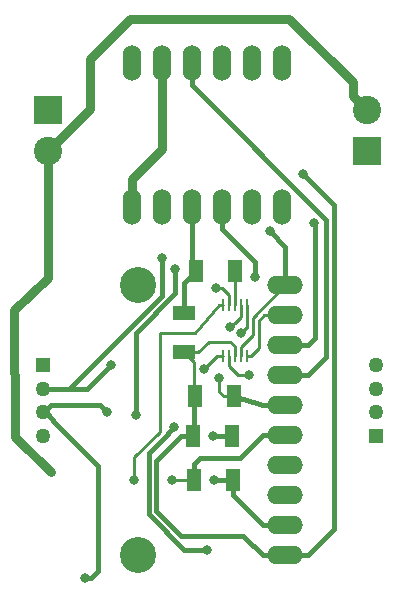
<source format=gbr>
G04 #@! TF.GenerationSoftware,KiCad,Pcbnew,(5.1.5-0-10_14)*
G04 #@! TF.CreationDate,2020-07-07T09:51:05+02:00*
G04 #@! TF.ProjectId,smartcitizen-adc-4-ch,736d6172-7463-4697-9469-7a656e2d6164,rev?*
G04 #@! TF.SameCoordinates,Original*
G04 #@! TF.FileFunction,Copper,L2,Bot*
G04 #@! TF.FilePolarity,Positive*
%FSLAX46Y46*%
G04 Gerber Fmt 4.6, Leading zero omitted, Abs format (unit mm)*
G04 Created by KiCad (PCBNEW (5.1.5-0-10_14)) date 2020-07-07 09:51:05*
%MOMM*%
%LPD*%
G04 APERTURE LIST*
%ADD10C,2.400000*%
%ADD11R,2.400000X2.400000*%
%ADD12R,1.905000X1.270000*%
%ADD13R,1.270000X1.905000*%
%ADD14C,1.270000*%
%ADD15R,1.270000X1.270000*%
%ADD16O,1.524000X3.048000*%
%ADD17R,0.250000X1.100000*%
%ADD18O,3.048000X1.524000*%
%ADD19C,3.048000*%
%ADD20C,0.800000*%
%ADD21C,0.800000*%
%ADD22C,0.250000*%
%ADD23C,0.400000*%
G04 APERTURE END LIST*
D10*
X169590000Y-66320000D03*
D11*
X169590000Y-69820000D03*
D10*
X142540000Y-69820000D03*
D11*
X142540000Y-66320000D03*
D12*
X154076400Y-83540600D03*
X154076400Y-86842600D03*
D13*
X158191200Y-93929200D03*
X154889200Y-93929200D03*
X155067000Y-80010000D03*
X158369000Y-80010000D03*
D14*
X170332400Y-87932260D03*
X170332400Y-89933780D03*
X170332400Y-91930220D03*
D15*
X170332400Y-93931740D03*
D14*
X142189200Y-93931740D03*
X142189200Y-91930220D03*
X142189200Y-89933780D03*
D15*
X142189200Y-87932260D03*
D16*
X162356800Y-62330000D03*
X159816800Y-62330000D03*
X157276800Y-62330000D03*
X154736800Y-62330000D03*
X152196800Y-62330000D03*
X149656800Y-62330000D03*
X149656800Y-74523600D03*
X152196800Y-74523600D03*
X154736800Y-74523600D03*
X157276800Y-74523600D03*
X159816800Y-74523600D03*
X162356800Y-74523600D03*
D17*
X157394400Y-87189200D03*
X157894400Y-87189200D03*
X158394400Y-87189200D03*
X158894400Y-87189200D03*
X159394400Y-87189200D03*
X159394400Y-82889200D03*
X158894400Y-82889200D03*
X158394400Y-82889200D03*
X157894400Y-82889200D03*
X157394400Y-82889200D03*
D18*
X162661600Y-104038400D03*
X162661600Y-101498400D03*
X162661600Y-98958400D03*
X162661600Y-96418400D03*
X162661600Y-93878400D03*
X162661600Y-91338400D03*
X162661600Y-88798400D03*
X162661600Y-86258400D03*
X162661600Y-83718400D03*
X162661600Y-81178400D03*
D19*
X150211600Y-104038400D03*
X150211600Y-81178400D03*
D13*
X158216600Y-97688400D03*
X154914600Y-97688400D03*
X155016200Y-90576400D03*
X158318200Y-90576400D03*
D20*
X142800000Y-97000000D03*
X164190000Y-71790000D03*
X147574000Y-91897200D03*
X145669000Y-105968800D03*
X153365200Y-79806800D03*
X150012400Y-92151200D03*
X147878800Y-87934800D03*
X152247600Y-78841600D03*
X156667200Y-97688400D03*
X158949192Y-85238392D03*
X165060000Y-75910000D03*
X157988000Y-84734400D03*
X160121600Y-80467200D03*
X161360000Y-76600000D03*
X155752800Y-88290400D03*
X153212800Y-93218000D03*
X156057600Y-103581200D03*
X159585713Y-88775487D03*
X149860000Y-97688400D03*
X153111200Y-97688400D03*
X157073600Y-89001600D03*
X156768800Y-81432400D03*
X156565600Y-93929200D03*
D21*
X168390001Y-65120001D02*
X168390001Y-64000001D01*
X169590000Y-66320000D02*
X168390001Y-65120001D01*
X168390001Y-64000001D02*
X163010000Y-58620000D01*
X163010000Y-58620000D02*
X149520000Y-58620000D01*
X149520000Y-58620000D02*
X146090000Y-62050000D01*
X146090000Y-66270000D02*
X142540000Y-69820000D01*
X146090000Y-62050000D02*
X146090000Y-66270000D01*
X139800000Y-94000000D02*
X142800000Y-97000000D01*
X139700000Y-83300000D02*
X139800000Y-94000000D01*
X142540000Y-80600000D02*
X139700000Y-83300000D01*
X142540000Y-69820000D02*
X142540000Y-80600000D01*
D22*
X156163900Y-85957600D02*
X155278900Y-86842600D01*
X158012802Y-85957600D02*
X156163900Y-85957600D01*
X158394401Y-86339199D02*
X158012802Y-85957600D01*
X155278900Y-86842600D02*
X154076400Y-86842600D01*
X158394400Y-87189200D02*
X158394401Y-86339199D01*
X154914600Y-87680800D02*
X154076400Y-86842600D01*
X154914600Y-90424000D02*
X154914600Y-87680800D01*
D23*
X154914600Y-90424000D02*
X154914600Y-93929200D01*
X160737600Y-104038400D02*
X159112000Y-102412800D01*
X162661600Y-104038400D02*
X160737600Y-104038400D01*
X159112000Y-102412800D02*
X153873200Y-102412800D01*
X153873200Y-102412800D02*
X151739600Y-100279200D01*
X151739600Y-96043800D02*
X153854200Y-93929200D01*
X153854200Y-93929200D02*
X154889200Y-93929200D01*
X151739600Y-100279200D02*
X151739600Y-96043800D01*
X164585600Y-104038400D02*
X162661600Y-104038400D01*
X166800010Y-101823990D02*
X164585600Y-104038400D01*
X166800010Y-74400010D02*
X166800010Y-101823990D01*
X164190000Y-71790000D02*
X166800010Y-74400010D01*
X143001999Y-92664937D02*
X146812000Y-96474938D01*
X143001999Y-92565219D02*
X143001999Y-92664937D01*
X142367000Y-91930220D02*
X143001999Y-92565219D01*
X142824199Y-91295221D02*
X146972021Y-91295221D01*
X142189200Y-91930220D02*
X142824199Y-91295221D01*
X146972021Y-91295221D02*
X147574000Y-91897200D01*
X146812000Y-105391485D02*
X146812000Y-104546400D01*
X146234685Y-105968800D02*
X146812000Y-105391485D01*
X145669000Y-105968800D02*
X146234685Y-105968800D01*
X146812000Y-96474938D02*
X146812000Y-104546400D01*
X150012400Y-85218374D02*
X150012400Y-92151200D01*
X153365200Y-81865574D02*
X150012400Y-85218374D01*
X153365200Y-79806800D02*
X153365200Y-81865574D01*
X142189200Y-89933780D02*
X145879820Y-89933780D01*
X145879820Y-89933780D02*
X147878800Y-87934800D01*
X144377742Y-89933780D02*
X152247600Y-82063922D01*
X142189200Y-89933780D02*
X144377742Y-89933780D01*
X152247600Y-82063922D02*
X152247600Y-78841600D01*
X154736800Y-79679800D02*
X155067000Y-80010000D01*
X154736800Y-74523600D02*
X154736800Y-79679800D01*
D22*
X158394400Y-80035400D02*
X158369000Y-80010000D01*
X158394400Y-82889200D02*
X158394400Y-80035400D01*
D23*
X154076400Y-81000600D02*
X155067000Y-80010000D01*
X154076400Y-83540600D02*
X154076400Y-81000600D01*
X158216600Y-98977400D02*
X158216600Y-97688400D01*
X160737600Y-101498400D02*
X158216600Y-98977400D01*
X162661600Y-101498400D02*
X160737600Y-101498400D01*
X158216600Y-97688400D02*
X156667200Y-97688400D01*
D21*
X152196800Y-64654000D02*
X152196800Y-62330000D01*
X149656800Y-72199600D02*
X152196800Y-69659600D01*
X152196800Y-69659600D02*
X152196800Y-64654000D01*
X149656800Y-74523600D02*
X149656800Y-72199600D01*
D22*
X159349191Y-84838393D02*
X158949192Y-85238392D01*
X159410400Y-84777184D02*
X159349191Y-84838393D01*
X159410400Y-82905200D02*
X159410400Y-84777184D01*
X159394400Y-82889200D02*
X159410400Y-82905200D01*
D23*
X164585600Y-86258400D02*
X165180000Y-85664000D01*
X162661600Y-86258400D02*
X164585600Y-86258400D01*
X165180000Y-76030000D02*
X165060000Y-75910000D01*
X165180000Y-85664000D02*
X165180000Y-76030000D01*
D22*
X158387999Y-84334401D02*
X157988000Y-84734400D01*
X158894400Y-83828000D02*
X158387999Y-84334401D01*
X158894400Y-82889200D02*
X158894400Y-83828000D01*
D23*
X166150000Y-87234000D02*
X166150000Y-75667200D01*
X154736800Y-64254000D02*
X154736800Y-62330000D01*
X166150000Y-75667200D02*
X154736800Y-64254000D01*
X164585600Y-88798400D02*
X166150000Y-87234000D01*
X162661600Y-88798400D02*
X164585600Y-88798400D01*
X157276800Y-76403200D02*
X157276800Y-74523600D01*
X160121600Y-79248000D02*
X157276800Y-76403200D01*
D22*
X160887600Y-83718400D02*
X162661600Y-83718400D01*
X160477200Y-84226400D02*
X160887600Y-83718400D01*
X160477200Y-86512400D02*
X160477200Y-84226400D01*
X159769400Y-87189200D02*
X160477200Y-86512400D01*
X159394400Y-87189200D02*
X159769400Y-87189200D01*
D23*
X160121600Y-79248000D02*
X160121600Y-80467200D01*
X152209500Y-74422000D02*
X152590500Y-74422000D01*
X163385500Y-81089500D02*
X162623500Y-81089500D01*
D22*
X158894400Y-86389200D02*
X158894400Y-87189200D01*
X159910410Y-85373190D02*
X158894400Y-86389200D01*
X159910410Y-83929590D02*
X159910410Y-85373190D01*
X162661600Y-81178400D02*
X159910410Y-83929590D01*
D23*
X162661600Y-81178400D02*
X162661600Y-77897990D01*
X162661600Y-77897990D02*
X161360000Y-76600000D01*
D22*
X157394400Y-87189200D02*
X156854000Y-87189200D01*
X156854000Y-87189200D02*
X155752800Y-88290400D01*
D23*
X152185601Y-94245199D02*
X153212800Y-93218000D01*
X154122348Y-103581200D02*
X156057600Y-103581200D01*
X151089590Y-100548442D02*
X154122348Y-103581200D01*
X151089590Y-95341210D02*
X151089590Y-100548442D01*
X152185601Y-94245199D02*
X151089590Y-95341210D01*
D22*
X159020028Y-88775487D02*
X159585713Y-88775487D01*
X158680687Y-88775487D02*
X159020028Y-88775487D01*
X157894400Y-87989200D02*
X158680687Y-88775487D01*
X157894400Y-87189200D02*
X157894400Y-87989200D01*
D23*
X160737600Y-93878400D02*
X158807200Y-95808800D01*
X162661600Y-93878400D02*
X160737600Y-93878400D01*
X154914600Y-96335900D02*
X154914600Y-97688400D01*
X155441700Y-95808800D02*
X154914600Y-96335900D01*
X158807200Y-95808800D02*
X155441700Y-95808800D01*
D22*
X153111200Y-97688400D02*
X154914600Y-97688400D01*
X149860000Y-95757614D02*
X149860000Y-97688400D01*
X152044400Y-93573214D02*
X149860000Y-95757614D01*
X152044400Y-85242400D02*
X152044400Y-93573214D01*
X155041600Y-85242400D02*
X152044400Y-85242400D01*
X157019400Y-82889200D02*
X155041600Y-85242400D01*
X157394400Y-82889200D02*
X157019400Y-82889200D01*
D23*
X160737600Y-91338400D02*
X158242000Y-90576400D01*
X162661600Y-91338400D02*
X160737600Y-91338400D01*
D22*
X157073600Y-90216800D02*
X157073600Y-89001600D01*
X157433200Y-90576400D02*
X157073600Y-90216800D01*
X158318200Y-90576400D02*
X157433200Y-90576400D01*
X157894400Y-82089200D02*
X157894400Y-82889200D01*
X157894400Y-81992315D02*
X157894400Y-82089200D01*
X157334485Y-81432400D02*
X157894400Y-81992315D01*
X156768800Y-81432400D02*
X157334485Y-81432400D01*
D23*
X158191200Y-93929200D02*
X156565600Y-93929200D01*
M02*

</source>
